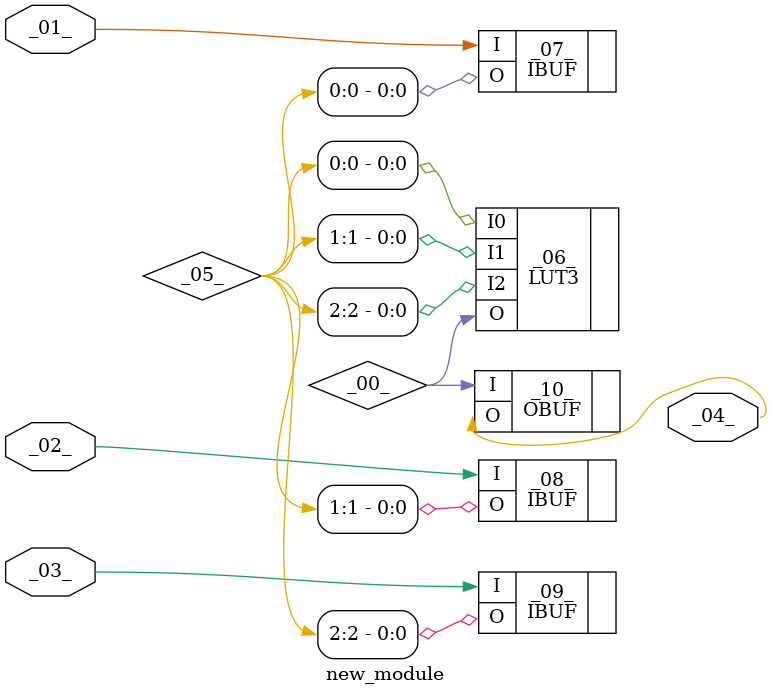
<source format=v>
/* Generated by Yosys 0.17+41 (git sha1 c525b5f91, clang 10.0.0-4ubuntu1 -fPIC -Os) */

(* top =  1  *)
module new_module(_01_, _02_, _03_, _04_);
  wire _00_;
  input _01_;
  wire _01_;
  input _02_;
  wire _02_;
  input _03_;
  wire _03_;
  output _04_;
  wire _04_;
  (* force_downto = 32'd1 *)
  (* src = "/home/jacobb00/yosys/yosys/share/xilinx/lut_map.v:30.21-30.22" *)
  wire [2:0] _05_;
  (* module_not_derived = 32'd1 *)
  (* src = "/home/jacobb00/yosys/yosys/share/xilinx/lut_map.v:47.26-48.41" *)
  LUT3 #(
    .INIT(8'he8)
  ) _06_ (
    .I0(_05_[0]),
    .I1(_05_[1]),
    .I2(_05_[2]),
    .O(_00_)
  );
  (* keep = 32'd1 *)
  IBUF _07_ (
    .I(_01_),
    .O(_05_[0])
  );
  (* keep = 32'd1 *)
  IBUF _08_ (
    .I(_02_),
    .O(_05_[1])
  );
  (* keep = 32'd1 *)
  IBUF _09_ (
    .I(_03_),
    .O(_05_[2])
  );
  (* keep = 32'd1 *)
  OBUF _10_ (
    .I(_00_),
    .O(_04_)
  );
endmodule

</source>
